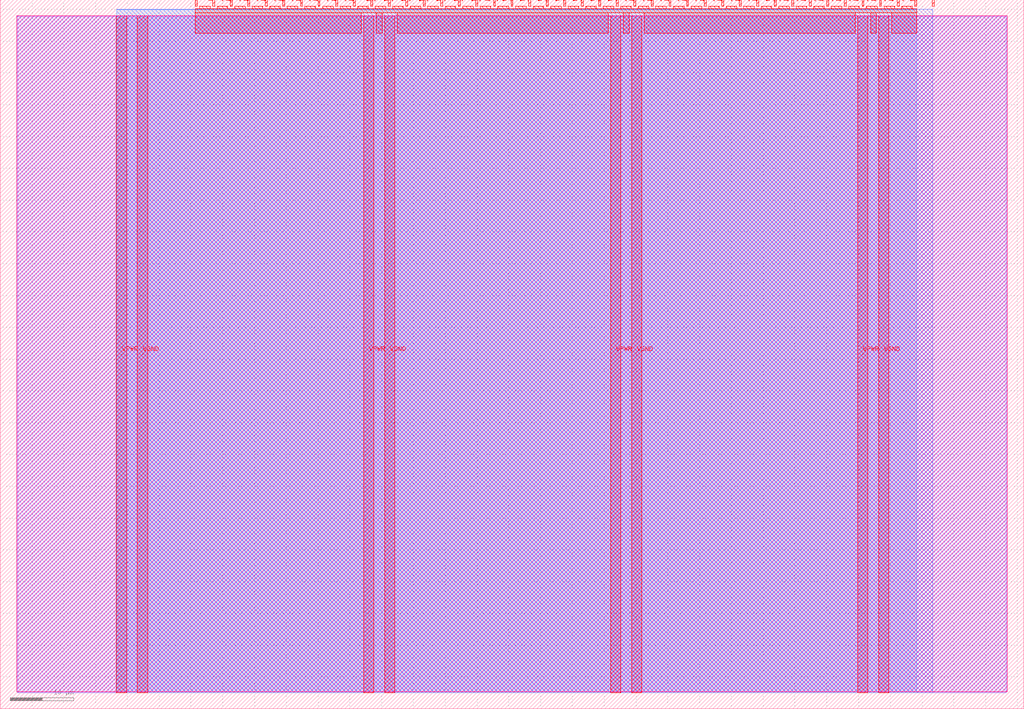
<source format=lef>
VERSION 5.7 ;
  NOWIREEXTENSIONATPIN ON ;
  DIVIDERCHAR "/" ;
  BUSBITCHARS "[]" ;
MACRO tt_um_wokwi_442977682425413633
  CLASS BLOCK ;
  FOREIGN tt_um_wokwi_442977682425413633 ;
  ORIGIN 0.000 0.000 ;
  SIZE 161.000 BY 111.520 ;
  PIN VGND
    DIRECTION INOUT ;
    USE GROUND ;
    PORT
      LAYER met4 ;
        RECT 21.580 2.480 23.180 109.040 ;
    END
    PORT
      LAYER met4 ;
        RECT 60.450 2.480 62.050 109.040 ;
    END
    PORT
      LAYER met4 ;
        RECT 99.320 2.480 100.920 109.040 ;
    END
    PORT
      LAYER met4 ;
        RECT 138.190 2.480 139.790 109.040 ;
    END
  END VGND
  PIN VPWR
    DIRECTION INOUT ;
    USE POWER ;
    PORT
      LAYER met4 ;
        RECT 18.280 2.480 19.880 109.040 ;
    END
    PORT
      LAYER met4 ;
        RECT 57.150 2.480 58.750 109.040 ;
    END
    PORT
      LAYER met4 ;
        RECT 96.020 2.480 97.620 109.040 ;
    END
    PORT
      LAYER met4 ;
        RECT 134.890 2.480 136.490 109.040 ;
    END
  END VPWR
  PIN clk
    DIRECTION INPUT ;
    USE SIGNAL ;
    ANTENNAGATEAREA 0.852000 ;
    PORT
      LAYER met4 ;
        RECT 143.830 110.520 144.130 111.520 ;
    END
  END clk
  PIN ena
    DIRECTION INPUT ;
    USE SIGNAL ;
    PORT
      LAYER met4 ;
        RECT 146.590 110.520 146.890 111.520 ;
    END
  END ena
  PIN rst_n
    DIRECTION INPUT ;
    USE SIGNAL ;
    PORT
      LAYER met4 ;
        RECT 141.070 110.520 141.370 111.520 ;
    END
  END rst_n
  PIN ui_in[0]
    DIRECTION INPUT ;
    USE SIGNAL ;
    ANTENNAGATEAREA 0.196500 ;
    PORT
      LAYER met4 ;
        RECT 138.310 110.520 138.610 111.520 ;
    END
  END ui_in[0]
  PIN ui_in[1]
    DIRECTION INPUT ;
    USE SIGNAL ;
    PORT
      LAYER met4 ;
        RECT 135.550 110.520 135.850 111.520 ;
    END
  END ui_in[1]
  PIN ui_in[2]
    DIRECTION INPUT ;
    USE SIGNAL ;
    ANTENNAGATEAREA 0.196500 ;
    PORT
      LAYER met4 ;
        RECT 132.790 110.520 133.090 111.520 ;
    END
  END ui_in[2]
  PIN ui_in[3]
    DIRECTION INPUT ;
    USE SIGNAL ;
    PORT
      LAYER met4 ;
        RECT 130.030 110.520 130.330 111.520 ;
    END
  END ui_in[3]
  PIN ui_in[4]
    DIRECTION INPUT ;
    USE SIGNAL ;
    ANTENNAGATEAREA 0.196500 ;
    PORT
      LAYER met4 ;
        RECT 127.270 110.520 127.570 111.520 ;
    END
  END ui_in[4]
  PIN ui_in[5]
    DIRECTION INPUT ;
    USE SIGNAL ;
    ANTENNAGATEAREA 0.196500 ;
    PORT
      LAYER met4 ;
        RECT 124.510 110.520 124.810 111.520 ;
    END
  END ui_in[5]
  PIN ui_in[6]
    DIRECTION INPUT ;
    USE SIGNAL ;
    ANTENNAGATEAREA 0.196500 ;
    PORT
      LAYER met4 ;
        RECT 121.750 110.520 122.050 111.520 ;
    END
  END ui_in[6]
  PIN ui_in[7]
    DIRECTION INPUT ;
    USE SIGNAL ;
    ANTENNAGATEAREA 0.196500 ;
    PORT
      LAYER met4 ;
        RECT 118.990 110.520 119.290 111.520 ;
    END
  END ui_in[7]
  PIN uio_in[0]
    DIRECTION INPUT ;
    USE SIGNAL ;
    PORT
      LAYER met4 ;
        RECT 116.230 110.520 116.530 111.520 ;
    END
  END uio_in[0]
  PIN uio_in[1]
    DIRECTION INPUT ;
    USE SIGNAL ;
    PORT
      LAYER met4 ;
        RECT 113.470 110.520 113.770 111.520 ;
    END
  END uio_in[1]
  PIN uio_in[2]
    DIRECTION INPUT ;
    USE SIGNAL ;
    PORT
      LAYER met4 ;
        RECT 110.710 110.520 111.010 111.520 ;
    END
  END uio_in[2]
  PIN uio_in[3]
    DIRECTION INPUT ;
    USE SIGNAL ;
    PORT
      LAYER met4 ;
        RECT 107.950 110.520 108.250 111.520 ;
    END
  END uio_in[3]
  PIN uio_in[4]
    DIRECTION INPUT ;
    USE SIGNAL ;
    PORT
      LAYER met4 ;
        RECT 105.190 110.520 105.490 111.520 ;
    END
  END uio_in[4]
  PIN uio_in[5]
    DIRECTION INPUT ;
    USE SIGNAL ;
    PORT
      LAYER met4 ;
        RECT 102.430 110.520 102.730 111.520 ;
    END
  END uio_in[5]
  PIN uio_in[6]
    DIRECTION INPUT ;
    USE SIGNAL ;
    PORT
      LAYER met4 ;
        RECT 99.670 110.520 99.970 111.520 ;
    END
  END uio_in[6]
  PIN uio_in[7]
    DIRECTION INPUT ;
    USE SIGNAL ;
    PORT
      LAYER met4 ;
        RECT 96.910 110.520 97.210 111.520 ;
    END
  END uio_in[7]
  PIN uio_oe[0]
    DIRECTION OUTPUT ;
    USE SIGNAL ;
    PORT
      LAYER met4 ;
        RECT 49.990 110.520 50.290 111.520 ;
    END
  END uio_oe[0]
  PIN uio_oe[1]
    DIRECTION OUTPUT ;
    USE SIGNAL ;
    PORT
      LAYER met4 ;
        RECT 47.230 110.520 47.530 111.520 ;
    END
  END uio_oe[1]
  PIN uio_oe[2]
    DIRECTION OUTPUT ;
    USE SIGNAL ;
    PORT
      LAYER met4 ;
        RECT 44.470 110.520 44.770 111.520 ;
    END
  END uio_oe[2]
  PIN uio_oe[3]
    DIRECTION OUTPUT ;
    USE SIGNAL ;
    PORT
      LAYER met4 ;
        RECT 41.710 110.520 42.010 111.520 ;
    END
  END uio_oe[3]
  PIN uio_oe[4]
    DIRECTION OUTPUT ;
    USE SIGNAL ;
    PORT
      LAYER met4 ;
        RECT 38.950 110.520 39.250 111.520 ;
    END
  END uio_oe[4]
  PIN uio_oe[5]
    DIRECTION OUTPUT ;
    USE SIGNAL ;
    PORT
      LAYER met4 ;
        RECT 36.190 110.520 36.490 111.520 ;
    END
  END uio_oe[5]
  PIN uio_oe[6]
    DIRECTION OUTPUT ;
    USE SIGNAL ;
    PORT
      LAYER met4 ;
        RECT 33.430 110.520 33.730 111.520 ;
    END
  END uio_oe[6]
  PIN uio_oe[7]
    DIRECTION OUTPUT ;
    USE SIGNAL ;
    PORT
      LAYER met4 ;
        RECT 30.670 110.520 30.970 111.520 ;
    END
  END uio_oe[7]
  PIN uio_out[0]
    DIRECTION OUTPUT ;
    USE SIGNAL ;
    PORT
      LAYER met4 ;
        RECT 72.070 110.520 72.370 111.520 ;
    END
  END uio_out[0]
  PIN uio_out[1]
    DIRECTION OUTPUT ;
    USE SIGNAL ;
    PORT
      LAYER met4 ;
        RECT 69.310 110.520 69.610 111.520 ;
    END
  END uio_out[1]
  PIN uio_out[2]
    DIRECTION OUTPUT ;
    USE SIGNAL ;
    PORT
      LAYER met4 ;
        RECT 66.550 110.520 66.850 111.520 ;
    END
  END uio_out[2]
  PIN uio_out[3]
    DIRECTION OUTPUT ;
    USE SIGNAL ;
    PORT
      LAYER met4 ;
        RECT 63.790 110.520 64.090 111.520 ;
    END
  END uio_out[3]
  PIN uio_out[4]
    DIRECTION OUTPUT ;
    USE SIGNAL ;
    PORT
      LAYER met4 ;
        RECT 61.030 110.520 61.330 111.520 ;
    END
  END uio_out[4]
  PIN uio_out[5]
    DIRECTION OUTPUT ;
    USE SIGNAL ;
    PORT
      LAYER met4 ;
        RECT 58.270 110.520 58.570 111.520 ;
    END
  END uio_out[5]
  PIN uio_out[6]
    DIRECTION OUTPUT ;
    USE SIGNAL ;
    PORT
      LAYER met4 ;
        RECT 55.510 110.520 55.810 111.520 ;
    END
  END uio_out[6]
  PIN uio_out[7]
    DIRECTION OUTPUT ;
    USE SIGNAL ;
    PORT
      LAYER met4 ;
        RECT 52.750 110.520 53.050 111.520 ;
    END
  END uio_out[7]
  PIN uo_out[0]
    DIRECTION OUTPUT ;
    USE SIGNAL ;
    ANTENNADIFFAREA 0.795200 ;
    PORT
      LAYER met4 ;
        RECT 94.150 110.520 94.450 111.520 ;
    END
  END uo_out[0]
  PIN uo_out[1]
    DIRECTION OUTPUT ;
    USE SIGNAL ;
    ANTENNADIFFAREA 0.445500 ;
    PORT
      LAYER met4 ;
        RECT 91.390 110.520 91.690 111.520 ;
    END
  END uo_out[1]
  PIN uo_out[2]
    DIRECTION OUTPUT ;
    USE SIGNAL ;
    PORT
      LAYER met4 ;
        RECT 88.630 110.520 88.930 111.520 ;
    END
  END uo_out[2]
  PIN uo_out[3]
    DIRECTION OUTPUT ;
    USE SIGNAL ;
    PORT
      LAYER met4 ;
        RECT 85.870 110.520 86.170 111.520 ;
    END
  END uo_out[3]
  PIN uo_out[4]
    DIRECTION OUTPUT ;
    USE SIGNAL ;
    PORT
      LAYER met4 ;
        RECT 83.110 110.520 83.410 111.520 ;
    END
  END uo_out[4]
  PIN uo_out[5]
    DIRECTION OUTPUT ;
    USE SIGNAL ;
    ANTENNADIFFAREA 0.445500 ;
    PORT
      LAYER met4 ;
        RECT 80.350 110.520 80.650 111.520 ;
    END
  END uo_out[5]
  PIN uo_out[6]
    DIRECTION OUTPUT ;
    USE SIGNAL ;
    PORT
      LAYER met4 ;
        RECT 77.590 110.520 77.890 111.520 ;
    END
  END uo_out[6]
  PIN uo_out[7]
    DIRECTION OUTPUT ;
    USE SIGNAL ;
    PORT
      LAYER met4 ;
        RECT 74.830 110.520 75.130 111.520 ;
    END
  END uo_out[7]
  OBS
      LAYER nwell ;
        RECT 2.570 2.635 158.430 108.990 ;
      LAYER li1 ;
        RECT 2.760 2.635 158.240 108.885 ;
      LAYER met1 ;
        RECT 2.760 2.480 158.240 109.040 ;
      LAYER met2 ;
        RECT 18.310 2.535 146.640 110.005 ;
      LAYER met3 ;
        RECT 18.290 2.555 144.170 109.985 ;
      LAYER met4 ;
        RECT 31.370 110.120 33.030 110.520 ;
        RECT 34.130 110.120 35.790 110.520 ;
        RECT 36.890 110.120 38.550 110.520 ;
        RECT 39.650 110.120 41.310 110.520 ;
        RECT 42.410 110.120 44.070 110.520 ;
        RECT 45.170 110.120 46.830 110.520 ;
        RECT 47.930 110.120 49.590 110.520 ;
        RECT 50.690 110.120 52.350 110.520 ;
        RECT 53.450 110.120 55.110 110.520 ;
        RECT 56.210 110.120 57.870 110.520 ;
        RECT 58.970 110.120 60.630 110.520 ;
        RECT 61.730 110.120 63.390 110.520 ;
        RECT 64.490 110.120 66.150 110.520 ;
        RECT 67.250 110.120 68.910 110.520 ;
        RECT 70.010 110.120 71.670 110.520 ;
        RECT 72.770 110.120 74.430 110.520 ;
        RECT 75.530 110.120 77.190 110.520 ;
        RECT 78.290 110.120 79.950 110.520 ;
        RECT 81.050 110.120 82.710 110.520 ;
        RECT 83.810 110.120 85.470 110.520 ;
        RECT 86.570 110.120 88.230 110.520 ;
        RECT 89.330 110.120 90.990 110.520 ;
        RECT 92.090 110.120 93.750 110.520 ;
        RECT 94.850 110.120 96.510 110.520 ;
        RECT 97.610 110.120 99.270 110.520 ;
        RECT 100.370 110.120 102.030 110.520 ;
        RECT 103.130 110.120 104.790 110.520 ;
        RECT 105.890 110.120 107.550 110.520 ;
        RECT 108.650 110.120 110.310 110.520 ;
        RECT 111.410 110.120 113.070 110.520 ;
        RECT 114.170 110.120 115.830 110.520 ;
        RECT 116.930 110.120 118.590 110.520 ;
        RECT 119.690 110.120 121.350 110.520 ;
        RECT 122.450 110.120 124.110 110.520 ;
        RECT 125.210 110.120 126.870 110.520 ;
        RECT 127.970 110.120 129.630 110.520 ;
        RECT 130.730 110.120 132.390 110.520 ;
        RECT 133.490 110.120 135.150 110.520 ;
        RECT 136.250 110.120 137.910 110.520 ;
        RECT 139.010 110.120 140.670 110.520 ;
        RECT 141.770 110.120 143.430 110.520 ;
        RECT 30.655 109.440 144.145 110.120 ;
        RECT 30.655 106.255 56.750 109.440 ;
        RECT 59.150 106.255 60.050 109.440 ;
        RECT 62.450 106.255 95.620 109.440 ;
        RECT 98.020 106.255 98.920 109.440 ;
        RECT 101.320 106.255 134.490 109.440 ;
        RECT 136.890 106.255 137.790 109.440 ;
        RECT 140.190 106.255 144.145 109.440 ;
  END
END tt_um_wokwi_442977682425413633
END LIBRARY


</source>
